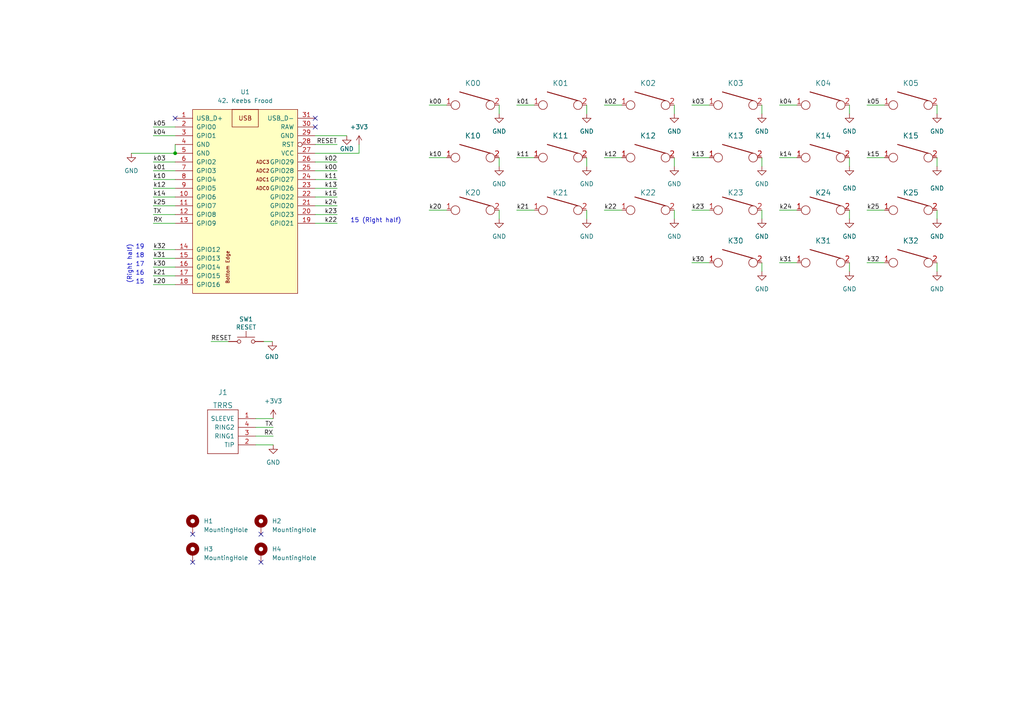
<source format=kicad_sch>
(kicad_sch (version 20211123) (generator eeschema)
  (paper "A4")
  (title_block (rev "rev1.0"))
  (lib_symbols
    (symbol "42keebs:Frood" (pin_names (offset 1.016))
      (property "Reference" "U" (at -12.7 27.94 0))
      (property "Value" "Frood" (at 0 2.54 90))
      (symbol "Frood_0_0"
        (text "ADC0" (at 5.08 2.54 0) (effects (font (size 0.9906 0.9906))))
        (text "ADC1" (at 5.08 5.08 0) (effects (font (size 0.9906 0.9906))))
        (text "ADC2" (at 5.08 7.62 0) (effects (font (size 0.9906 0.9906))))
        (text "ADC3" (at 5.08 10.16 0) (effects (font (size 0.9906 0.9906))))
        (text "Bottom Edge" (at -5.08 -20.32 900) (effects (font (size 0.9906 0.9906))))
        (text "USB" (at 0 22.86 0) (effects (font (size 1.27 1.27))))
      )
      (symbol "Frood_0_1"
        (rectangle (start -15.24 25.4) (end 15.24 -27.94) (fill (type background)))
        (rectangle (start 3.81 25.4) (end -3.81 20.32))
      )
      (symbol "Frood_1_1"
        (pin bidirectional line (at -20.32 22.86 0) (length 5.08) (name "USB_D+") (number "1"))
        (pin bidirectional line (at -20.32 0 0) (length 5.08) (name "GPIO6") (number "10"))
        (pin bidirectional line (at -20.32 -2.54 0) (length 5.08) (name "GPIO7") (number "11"))
        (pin bidirectional line (at -20.32 -5.08 0) (length 5.08) (name "GPIO8") (number "12"))
        (pin bidirectional line (at -20.32 -7.62 0) (length 5.08) (name "GPIO9") (number "13"))
        (pin bidirectional line (at -20.32 -15.24 0) (length 5.08) (name "GPIO12") (number "14"))
        (pin bidirectional line (at -20.32 -17.78 0) (length 5.08) (name "GPIO13") (number "15"))
        (pin bidirectional line (at -20.32 -20.32 0) (length 5.08) (name "GPIO14") (number "16"))
        (pin bidirectional line (at -20.32 -22.86 0) (length 5.08) (name "GPIO15") (number "17"))
        (pin bidirectional line (at -20.32 -25.4 0) (length 5.08) (name "GPIO16") (number "18"))
        (pin bidirectional line (at 20.32 -7.62 180) (length 5.08) (name "GPIO21") (number "19"))
        (pin bidirectional line (at -20.32 20.32 0) (length 5.08) (name "GPIO0") (number "2"))
        (pin bidirectional line (at 20.32 -5.08 180) (length 5.08) (name "GPIO23") (number "20"))
        (pin bidirectional line (at 20.32 -2.54 180) (length 5.08) (name "GPIO20") (number "21"))
        (pin bidirectional line (at 20.32 0 180) (length 5.08) (name "GPIO22") (number "22"))
        (pin bidirectional line (at 20.32 2.54 180) (length 5.08) (name "GPIO26") (number "23"))
        (pin bidirectional line (at 20.32 5.08 180) (length 5.08) (name "GPIO27") (number "24"))
        (pin bidirectional line (at 20.32 7.62 180) (length 5.08) (name "GPIO28") (number "25"))
        (pin bidirectional line (at 20.32 10.16 180) (length 5.08) (name "GPIO29") (number "26"))
        (pin power_out line (at 20.32 12.7 180) (length 5.08) (name "VCC") (number "27"))
        (pin input inverted (at 20.32 15.24 180) (length 5.08) (name "RST") (number "28"))
        (pin power_out line (at 20.32 17.78 180) (length 5.08) (name "GND") (number "29"))
        (pin bidirectional line (at -20.32 17.78 0) (length 5.08) (name "GPIO1") (number "3"))
        (pin power_in line (at 20.32 20.32 180) (length 5.08) (name "RAW") (number "30"))
        (pin bidirectional line (at 20.32 22.86 180) (length 5.08) (name "USB_D-") (number "31"))
        (pin power_out line (at -20.32 15.24 0) (length 5.08) (name "GND") (number "4"))
        (pin power_out line (at -20.32 12.7 0) (length 5.08) (name "GND") (number "5"))
        (pin bidirectional line (at -20.32 10.16 0) (length 5.08) (name "GPIO2") (number "6"))
        (pin bidirectional line (at -20.32 7.62 0) (length 5.08) (name "GPIO3") (number "7"))
        (pin bidirectional line (at -20.32 5.08 0) (length 5.08) (name "GPIO4") (number "8"))
        (pin bidirectional line (at -20.32 2.54 0) (length 5.08) (name "GPIO5") (number "9"))
      )
    )
    (symbol "Mechanical:MountingHole_Pad" (pin_numbers hide) (pin_names (offset 1.016) hide)
      (property "Reference" "H" (at 0 6.35 0))
      (property "Value" "MountingHole_Pad" (at 0 4.445 0))
      (symbol "MountingHole_Pad_0_1"
        (circle (center 0 1.27) (radius 1.27) (stroke (width 1.27)))
      )
      (symbol "MountingHole_Pad_1_1"
        (pin input line (at 0 -2.54 90) (length 2.54) (name "1") (number "1"))
      )
    )
    (symbol "Switch:SW_Push" (pin_numbers hide) (pin_names (offset 1.016) hide)
      (property "Reference" "SW" (at 1.27 2.54 0))
      (property "Value" "SW_Push" (at 0 -1.524 0))
      (symbol "SW_Push_0_1"
        (circle (center -2.032 0) (radius 0.508))
        (polyline (pts (xy 0 1.27) (xy 0 3.048)))
        (polyline (pts (xy 2.54 1.27) (xy -2.54 1.27)))
        (circle (center 2.032 0) (radius 0.508))
        (pin passive line (at -5.08 0 0) (length 2.54) (name "1") (number "1"))
        (pin passive line (at 5.08 0 180) (length 2.54) (name "2") (number "2"))
      )
    )
    (symbol "keebio:TRRS" (pin_names (offset 1.016))
      (property "Reference" "U" (at 0 15.24 0))
      (property "Value" "TRRS" (at 0 -2.54 0))
      (symbol "TRRS_0_1"
        (rectangle (start -3.81 0) (end -3.81 12.7))
        (rectangle (start -3.81 12.7) (end 5.08 12.7))
        (rectangle (start 5.08 0) (end -3.81 0))
        (rectangle (start 5.08 12.7) (end 5.08 0))
      )
      (symbol "TRRS_1_1"
        (pin input line (at -8.89 2.54 0) (length 5.08) (name "SLEEVE") (number "1"))
        (pin input line (at -8.89 10.16 0) (length 5.08) (name "TIP") (number "2"))
        (pin input line (at -8.89 7.62 0) (length 5.08) (name "RING1") (number "3"))
        (pin input line (at -8.89 5.08 0) (length 5.08) (name "RING2") (number "4"))
      )
    )
    (symbol "keyboard_parts:KEYSW" (pin_names (offset 1.016))
      (property "Reference" "K?" (at -1.27 0 0))
      (symbol "KEYSW_0_1"
        (circle (center -5.08 0) (radius 1.27))
        (polyline (pts (xy -5.08 1.27) (xy 3.81 3.81)) (stroke (width 0.254)))
        (circle (center 5.08 0) (radius 1.27))
      )
      (symbol "KEYSW_1_1"
        (pin passive line (at 7.62 0 180) (length 1.27) (name "~") (number "1"))
        (pin passive line (at -7.62 0 0) (length 1.27) (name "~") (number "2"))
      )
    )
    (symbol "power:+3V3" (power) (pin_names (offset 0))
      (property "Value" "+3V3" (at 0 3.556 0))
      (symbol "+3V3_0_1"
        (polyline (pts (xy -0.762 1.27) (xy 0 2.54)))
        (polyline (pts (xy 0 0) (xy 0 2.54)))
        (polyline (pts (xy 0 2.54) (xy 0.762 1.27)))
      )
      (symbol "+3V3_1_1"
        (pin power_in line (at 0 0 90) (length 0) hide (name "+3V3") (number "1"))
      )
    )
    (symbol "power:GND" (power) (pin_names (offset 0))
      (property "Value" "GND" (at 0 -3.81 0))
      (symbol "GND_0_1"
        (polyline (pts (xy 0 0) (xy 0 -1.27) (xy 1.27 -1.27) (xy 0 -2.54) (xy -1.27 -1.27) (xy 0 -1.27)))
      )
      (symbol "GND_1_1"
        (pin power_in line (at 0 0 270) (length 0) hide (name "GND") (number "1"))
      )
    )
  )
  (junction (at 50.8 44.45))
  (no_connect (at 55.88 163.068))
  (no_connect (at 50.8 34.29))
  (no_connect (at 55.88 154.94))
  (no_connect (at 75.692 154.94))
  (no_connect (at 91.44 34.29))
  (no_connect (at 91.44 36.83))
  (no_connect (at 75.692 163.068))
  (wire (pts (xy 149.86 60.96) (xy 154.94 60.96)))
  (wire (pts (xy 44.45 57.15) (xy 50.8 57.15)))
  (wire (pts (xy 44.45 64.77) (xy 50.8 64.77)))
  (wire (pts (xy 200.66 45.72) (xy 205.74 45.72)))
  (wire (pts (xy 44.45 36.83) (xy 50.8 36.83)))
  (wire (pts (xy 251.46 30.48) (xy 256.54 30.48)))
  (wire (pts (xy 100.584 39.37) (xy 91.44 39.37)))
  (wire (pts (xy 124.46 45.72) (xy 129.54 45.72)))
  (wire (pts (xy 200.66 60.96) (xy 205.74 60.96)))
  (wire (pts (xy 61.214 99.06) (xy 66.294 99.06)))
  (wire (pts (xy 149.86 45.72) (xy 154.94 45.72)))
  (wire (pts (xy 91.44 59.69) (xy 97.79 59.69)))
  (wire (pts (xy 91.44 52.07) (xy 97.79 52.07)))
  (wire (pts (xy 175.26 60.96) (xy 180.34 60.96)))
  (wire (pts (xy 44.45 39.37) (xy 50.8 39.37)))
  (wire (pts (xy 251.46 60.96) (xy 256.54 60.96)))
  (wire (pts (xy 38.1 44.45) (xy 50.8 44.45)))
  (wire (pts (xy 195.58 63.5) (xy 195.58 60.96)))
  (wire (pts (xy 144.78 63.5) (xy 144.78 60.96)))
  (wire (pts (xy 246.38 48.26) (xy 246.38 45.72)))
  (wire (pts (xy 220.98 48.26) (xy 220.98 45.72)))
  (wire (pts (xy 144.78 48.26) (xy 144.78 45.72)))
  (wire (pts (xy 175.26 45.72) (xy 180.34 45.72)))
  (wire (pts (xy 246.38 78.74) (xy 246.38 76.2)))
  (wire (pts (xy 74.168 129.032) (xy 79.248 129.032)))
  (wire (pts (xy 44.45 46.99) (xy 50.8 46.99)))
  (wire (pts (xy 50.8 41.91) (xy 50.8 44.45)))
  (wire (pts (xy 271.78 48.26) (xy 271.78 45.72)))
  (wire (pts (xy 200.66 76.2) (xy 205.74 76.2)))
  (wire (pts (xy 44.45 59.69) (xy 50.8 59.69)))
  (wire (pts (xy 44.45 77.47) (xy 50.8 77.47)))
  (wire (pts (xy 44.45 62.23) (xy 50.8 62.23)))
  (wire (pts (xy 226.06 45.72) (xy 231.14 45.72)))
  (wire (pts (xy 91.44 64.77) (xy 97.79 64.77)))
  (wire (pts (xy 76.454 99.06) (xy 78.994 99.06)))
  (wire (pts (xy 200.66 30.48) (xy 205.74 30.48)))
  (wire (pts (xy 220.98 78.74) (xy 220.98 76.2)))
  (wire (pts (xy 91.44 54.61) (xy 97.79 54.61)))
  (wire (pts (xy 271.78 63.5) (xy 271.78 60.96)))
  (wire (pts (xy 124.46 60.96) (xy 129.54 60.96)))
  (wire (pts (xy 144.78 33.02) (xy 144.78 30.48)))
  (wire (pts (xy 195.58 48.26) (xy 195.58 45.72)))
  (wire (pts (xy 170.18 63.5) (xy 170.18 60.96)))
  (wire (pts (xy 74.168 126.492) (xy 79.248 126.492)))
  (wire (pts (xy 246.38 63.5) (xy 246.38 60.96)))
  (wire (pts (xy 91.44 57.15) (xy 97.79 57.15)))
  (wire (pts (xy 91.44 41.91) (xy 97.79 41.91)))
  (wire (pts (xy 226.06 30.48) (xy 231.14 30.48)))
  (wire (pts (xy 124.46 30.48) (xy 129.54 30.48)))
  (wire (pts (xy 44.45 74.93) (xy 50.8 74.93)))
  (wire (pts (xy 74.168 123.952) (xy 79.248 123.952)))
  (wire (pts (xy 170.18 48.26) (xy 170.18 45.72)))
  (wire (pts (xy 91.44 44.45) (xy 104.14 44.45)))
  (wire (pts (xy 175.26 30.48) (xy 180.34 30.48)))
  (wire (pts (xy 91.44 46.99) (xy 97.79 46.99)))
  (wire (pts (xy 91.44 62.23) (xy 97.79 62.23)))
  (wire (pts (xy 74.168 121.412) (xy 79.248 121.412)))
  (wire (pts (xy 44.45 80.01) (xy 50.8 80.01)))
  (wire (pts (xy 195.58 33.02) (xy 195.58 30.48)))
  (wire (pts (xy 251.46 45.72) (xy 256.54 45.72)))
  (wire (pts (xy 44.45 49.53) (xy 50.8 49.53)))
  (wire (pts (xy 226.06 60.96) (xy 231.14 60.96)))
  (wire (pts (xy 170.18 33.02) (xy 170.18 30.48)))
  (wire (pts (xy 226.06 76.2) (xy 231.14 76.2)))
  (wire (pts (xy 104.14 41.91) (xy 104.14 44.45)))
  (wire (pts (xy 271.78 33.02) (xy 271.78 30.48)))
  (wire (pts (xy 246.38 33.02) (xy 246.38 30.48)))
  (wire (pts (xy 251.46 76.2) (xy 256.54 76.2)))
  (wire (pts (xy 44.45 72.39) (xy 50.8 72.39)))
  (wire (pts (xy 44.45 54.61) (xy 50.8 54.61)))
  (wire (pts (xy 220.98 33.02) (xy 220.98 30.48)))
  (wire (pts (xy 149.86 30.48) (xy 154.94 30.48)))
  (wire (pts (xy 44.45 82.55) (xy 50.8 82.55)))
  (wire (pts (xy 44.45 52.07) (xy 50.8 52.07)))
  (wire (pts (xy 271.78 78.74) (xy 271.78 76.2)))
  (wire (pts (xy 91.44 49.53) (xy 97.79 49.53)))
  (wire (pts (xy 220.98 63.5) (xy 220.98 60.96)))
  (text "16" (at 41.91 80.01 180) (effects (font (size 1.27 1.27)) (justify right bottom)))
  (text "17" (at 41.91 77.47 180) (effects (font (size 1.27 1.27)) (justify right bottom)))
  (text "18" (at 41.91 74.93 180) (effects (font (size 1.27 1.27)) (justify right bottom)))
  (text "19" (at 41.91 72.39 180) (effects (font (size 1.27 1.27)) (justify right bottom)))
  (text "15" (at 41.91 82.55 180) (effects (font (size 1.27 1.27)) (justify right bottom)))
  (text "(Right half)" (at 38.354 70.866 270) (effects (font (size 1.27 1.27)) (justify right bottom)))
  (text "15 (Right half)" (at 101.6 64.77 0) (effects (font (size 1.27 1.27)) (justify left bottom)))
  (label "k20" (at 44.45 82.55 0))
  (label "TX" (at 79.248 123.952 180))
  (label "k01" (at 44.45 49.53 0))
  (label "k03" (at 44.45 46.99 0))
  (label "k30" (at 200.66 76.2 0))
  (label "k02" (at 175.26 30.48 0))
  (label "k05" (at 44.45 36.83 0))
  (label "k04" (at 226.06 30.48 0))
  (label "k30" (at 44.45 77.47 0))
  (label "k11" (at 97.79 52.07 180))
  (label "k00" (at 124.46 30.48 0))
  (label "k10" (at 44.45 52.07 0))
  (label "k03" (at 200.66 30.48 0))
  (label "RESET" (at 61.214 99.06 0))
  (label "RX" (at 44.45 64.77 0))
  (label "k15" (at 251.46 45.72 0))
  (label "k23" (at 200.66 60.96 0))
  (label "k32" (at 44.45 72.39 0))
  (label "k25" (at 44.45 59.69 0))
  (label "k24" (at 226.06 60.96 0))
  (label "TX" (at 44.45 62.23 0))
  (label "k05" (at 251.46 30.48 0))
  (label "k22" (at 175.26 60.96 0))
  (label "k12" (at 44.45 54.61 0))
  (label "k01" (at 149.86 30.48 0))
  (label "RX" (at 79.248 126.492 180))
  (label "k10" (at 124.46 45.72 0))
  (label "k00" (at 97.79 49.53 180))
  (label "k21" (at 44.45 80.01 0))
  (label "k31" (at 44.45 74.93 0))
  (label "k32" (at 251.46 76.2 0))
  (label "k15" (at 97.79 57.15 180))
  (label "k14" (at 226.06 45.72 0))
  (label "k12" (at 175.26 45.72 0))
  (label "k04" (at 44.45 39.37 0))
  (label "k11" (at 149.86 45.72 0))
  (label "k22" (at 97.79 64.77 180))
  (label "k02" (at 97.79 46.99 180))
  (label "k13" (at 97.79 54.61 180))
  (label "k24" (at 97.79 59.69 180))
  (label "k31" (at 226.06 76.2 0))
  (label "k13" (at 200.66 45.72 0))
  (label "k14" (at 44.45 57.15 0))
  (label "k21" (at 149.86 60.96 0))
  (label "RESET" (at 97.79 41.91 180))
  (label "k25" (at 251.46 60.96 0))
  (label "k23" (at 97.79 62.23 180))
  (label "k20" (at 124.46 60.96 0))
  (symbol (lib_id "keyboard_parts:KEYSW") (at 264.16 76.2 0) (mirror y) (unit 1)
    (property "Reference" "K32" (at 264.16 69.85 0) (effects (font (size 1.524 1.524))))
    (property "Value" "KEYSW" (effects hide))
    (property "Footprint" "cantor:Kailh_socket_PG1350_reversible_cropped_pads_rounded_cutouts" (effects hide))
  )
  (symbol (lib_id "power:GND") (at 195.58 48.26 0) (unit 1)
    (property "Reference" "#PWR0104" (effects hide))
    (property "Value" "GND" (at 195.58 53.34 0))
  )
  (symbol (lib_id "Mechanical:MountingHole_Pad") (at 55.88 152.4 0) (unit 1)
    (property "Reference" "H1" (at 59.055 151.1299 0) (effects (justify left)))
    (property "Value" "MountingHole" (at 59.055 153.6699 0) (effects (justify left)))
    (property "Footprint" "cantor:Standoff_Hole" (effects hide))
  )
  (symbol (lib_id "keyboard_parts:KEYSW") (at 238.76 60.96 0) (mirror y) (unit 1)
    (property "Reference" "K24" (at 238.76 55.88 0) (effects (font (size 1.524 1.524))))
    (property "Value" "KEYSW" (effects hide))
    (property "Footprint" "cantor:Kailh_socket_PG1350_reversible_cropped_pads_rounded_cutouts" (effects hide))
  )
  (symbol (lib_id "power:GND") (at 79.248 129.032 0) (unit 1)
    (property "Reference" "#PWR0126" (effects hide))
    (property "Value" "GND" (at 79.248 134.112 0))
  )
  (symbol (lib_id "keyboard_parts:KEYSW") (at 137.16 30.48 0) (mirror y) (unit 1)
    (property "Reference" "K00" (at 137.16 24.13 0) (effects (font (size 1.524 1.524))))
    (property "Value" "KEYSW" (effects hide))
    (property "Footprint" "cantor:Kailh_socket_PG1350_reversible_cropped_pads_rounded_cutouts" (effects hide))
  )
  (symbol (lib_id "keyboard_parts:KEYSW") (at 264.16 45.72 0) (mirror y) (unit 1)
    (property "Reference" "K15" (at 264.16 39.37 0) (effects (font (size 1.524 1.524))))
    (property "Value" "KEYSW" (effects hide))
    (property "Footprint" "cantor:Kailh_socket_PG1350_reversible_cropped_pads_rounded_cutouts" (effects hide))
  )
  (symbol (lib_id "Mechanical:MountingHole_Pad") (at 75.692 152.4 0) (unit 1)
    (property "Reference" "H2" (at 78.867 151.1299 0) (effects (justify left)))
    (property "Value" "MountingHole" (at 78.867 153.6699 0) (effects (justify left)))
    (property "Footprint" "cantor:Standoff_Hole" (effects hide))
  )
  (symbol (lib_id "power:GND") (at 144.78 48.26 0) (unit 1)
    (property "Reference" "#PWR0107" (effects hide))
    (property "Value" "GND" (at 144.78 53.34 0))
  )
  (symbol (lib_id "power:GND") (at 195.58 63.5 0) (unit 1)
    (property "Reference" "#PWR0105" (effects hide))
    (property "Value" "GND" (at 195.58 68.58 0))
  )
  (symbol (lib_id "keyboard_parts:KEYSW") (at 213.36 30.48 0) (mirror y) (unit 1)
    (property "Reference" "K03" (at 213.36 24.13 0) (effects (font (size 1.524 1.524))))
    (property "Value" "KEYSW" (effects hide))
    (property "Footprint" "cantor:Kailh_socket_PG1350_reversible_cropped_pads_rounded_cutouts" (effects hide))
  )
  (symbol (lib_id "power:GND") (at 246.38 63.5 0) (unit 1)
    (property "Reference" "#PWR0121" (effects hide))
    (property "Value" "GND" (at 246.38 68.58 0))
  )
  (symbol (lib_id "keyboard_parts:KEYSW") (at 187.96 30.48 0) (mirror y) (unit 1)
    (property "Reference" "K02" (at 187.96 24.13 0) (effects (font (size 1.524 1.524))))
    (property "Value" "KEYSW" (effects hide))
    (property "Footprint" "cantor:Kailh_socket_PG1350_reversible_cropped_pads_rounded_cutouts" (effects hide))
  )
  (symbol (lib_id "keyboard_parts:KEYSW") (at 162.56 45.72 0) (mirror y) (unit 1)
    (property "Reference" "K11" (at 162.56 39.37 0) (effects (font (size 1.524 1.524))))
    (property "Value" "KEYSW" (effects hide))
    (property "Footprint" "cantor:Kailh_socket_PG1350_reversible_cropped_pads_rounded_cutouts" (effects hide))
  )
  (symbol (lib_id "keyboard_parts:KEYSW") (at 187.96 60.96 0) (mirror y) (unit 1)
    (property "Reference" "K22" (at 187.96 55.88 0) (effects (font (size 1.524 1.524))))
    (property "Value" "KEYSW" (effects hide))
    (property "Footprint" "cantor:Kailh_socket_PG1350_reversible_cropped_pads_rounded_cutouts" (effects hide))
  )
  (symbol (lib_id "power:GND") (at 271.78 33.02 0) (unit 1)
    (property "Reference" "#PWR0115" (effects hide))
    (property "Value" "GND" (at 271.78 38.1 0))
  )
  (symbol (lib_id "power:GND") (at 271.78 63.5 0) (unit 1)
    (property "Reference" "#PWR0118" (effects hide))
    (property "Value" "GND" (at 271.78 68.58 0))
  )
  (symbol (lib_id "power:GND") (at 271.78 78.74 0) (unit 1)
    (property "Reference" "#PWR0117" (effects hide))
    (property "Value" "GND" (at 271.78 83.82 0))
  )
  (symbol (lib_id "42keebs:Frood") (at 71.12 57.15 0) (unit 1)
    (property "Reference" "U1" (at 71.12 26.67 0))
    (property "Value" "42. Keebs Frood" (at 71.12 29.21 0))
    (property "Footprint" "42keebs:Frood_PinHeader_2x13+5_P2.54mm_Dual_VAligned" (effects hide))
  )
  (symbol (lib_id "power:GND") (at 246.38 48.26 0) (unit 1)
    (property "Reference" "#PWR0119" (effects hide))
    (property "Value" "GND" (at 246.38 54.61 0))
  )
  (symbol (lib_id "power:GND") (at 170.18 63.5 0) (unit 1)
    (property "Reference" "#PWR0101" (effects hide))
    (property "Value" "GND" (at 170.18 68.58 0))
  )
  (symbol (lib_id "keyboard_parts:KEYSW") (at 238.76 30.48 0) (mirror y) (unit 1)
    (property "Reference" "K04" (at 238.76 24.13 0) (effects (font (size 1.524 1.524))))
    (property "Value" "KEYSW" (effects hide))
    (property "Footprint" "cantor:Kailh_socket_PG1350_reversible_cropped_pads_rounded_cutouts" (effects hide))
  )
  (symbol (lib_id "power:GND") (at 246.38 78.74 0) (unit 1)
    (property "Reference" "#PWR0120" (effects hide))
    (property "Value" "GND" (at 246.38 83.82 0))
  )
  (symbol (lib_id "power:+3V3") (at 79.248 121.412 0) (unit 1)
    (property "Reference" "#PWR0127" (effects hide))
    (property "Value" "+3V3" (at 79.248 116.332 0))
  )
  (symbol (lib_id "Mechanical:MountingHole_Pad") (at 55.88 160.528 0) (unit 1)
    (property "Reference" "H3" (at 59.055 159.2579 0) (effects (justify left)))
    (property "Value" "MountingHole" (at 59.055 161.7979 0) (effects (justify left)))
    (property "Footprint" "cantor:Standoff_Hole" (effects hide))
  )
  (symbol (lib_id "keyboard_parts:KEYSW") (at 213.36 76.2 0) (mirror y) (unit 1)
    (property "Reference" "K30" (at 213.36 69.85 0) (effects (font (size 1.524 1.524))))
    (property "Value" "KEYSW" (effects hide))
    (property "Footprint" "cantor:Kailh_socket_PG1350_reversible_cropped_pads_rounded_cutouts" (effects hide))
  )
  (symbol (lib_id "power:GND") (at 246.38 33.02 0) (unit 1)
    (property "Reference" "#PWR0112" (effects hide))
    (property "Value" "GND" (at 246.38 38.1 0))
  )
  (symbol (lib_id "keebio:TRRS") (at 65.278 118.872 180) (unit 1)
    (property "Reference" "J1" (at 64.643 113.792 0) (effects (font (size 1.524 1.524))))
    (property "Value" "TRRS" (at 64.643 117.602 0) (effects (font (size 1.524 1.524))))
    (property "Footprint" "Keebio-Parts:TRRS-PJ-320A" (effects hide))
  )
  (symbol (lib_id "power:GND") (at 78.994 99.06 0) (mirror y) (unit 1)
    (property "Reference" "#PWR0125" (effects hide))
    (property "Value" "GND" (at 78.867 103.4542 0))
  )
  (symbol (lib_id "Switch:SW_Push") (at 71.374 99.06 0) (mirror y) (unit 1)
    (property "Reference" "SW1" (at 71.374 92.583 0))
    (property "Value" "RESET" (at 71.374 94.8944 0))
    (property "Footprint" "cantor:TACT_SWITCH_TVBP06" (effects hide))
  )
  (symbol (lib_id "keyboard_parts:KEYSW") (at 137.16 60.96 0) (mirror y) (unit 1)
    (property "Reference" "K20" (at 137.16 55.88 0) (effects (font (size 1.524 1.524))))
    (property "Value" "KEYSW" (effects hide))
    (property "Footprint" "cantor:Kailh_socket_PG1350_reversible_cropped_pads_rounded_cutouts" (effects hide))
  )
  (symbol (lib_id "power:GND") (at 271.78 48.26 0) (unit 1)
    (property "Reference" "#PWR0116" (effects hide))
    (property "Value" "GND" (at 271.78 54.61 0))
  )
  (symbol (lib_id "keyboard_parts:KEYSW") (at 213.36 60.96 0) (mirror y) (unit 1)
    (property "Reference" "K23" (at 213.36 55.88 0) (effects (font (size 1.524 1.524))))
    (property "Value" "KEYSW" (effects hide))
    (property "Footprint" "cantor:Kailh_socket_PG1350_reversible_cropped_pads_rounded_cutouts" (effects hide))
  )
  (symbol (lib_id "Mechanical:MountingHole_Pad") (at 75.692 160.528 0) (unit 1)
    (property "Reference" "H4" (at 78.867 159.2579 0) (effects (justify left)))
    (property "Value" "MountingHole" (at 78.867 161.7979 0) (effects (justify left)))
    (property "Footprint" "cantor:Standoff_Hole" (effects hide))
  )
  (symbol (lib_id "keyboard_parts:KEYSW") (at 137.16 45.72 0) (mirror y) (unit 1)
    (property "Reference" "K10" (at 137.16 39.37 0) (effects (font (size 1.524 1.524))))
    (property "Value" "KEYSW" (effects hide))
    (property "Footprint" "cantor:Kailh_socket_PG1350_reversible_cropped_pads_rounded_cutouts" (effects hide))
  )
  (symbol (lib_id "keyboard_parts:KEYSW") (at 162.56 30.48 0) (mirror y) (unit 1)
    (property "Reference" "K01" (at 162.56 24.13 0) (effects (font (size 1.524 1.524))))
    (property "Value" "KEYSW" (effects hide))
    (property "Footprint" "cantor:Kailh_socket_PG1350_reversible_cropped_pads_rounded_cutouts" (effects hide))
  )
  (symbol (lib_id "keyboard_parts:KEYSW") (at 264.16 60.96 0) (mirror y) (unit 1)
    (property "Reference" "K25" (at 264.16 55.88 0) (effects (font (size 1.524 1.524))))
    (property "Value" "KEYSW" (effects hide))
    (property "Footprint" "cantor:Kailh_socket_PG1350_reversible_cropped_pads_rounded_cutouts" (effects hide))
  )
  (symbol (lib_id "keyboard_parts:KEYSW") (at 238.76 76.2 0) (mirror y) (unit 1)
    (property "Reference" "K31" (at 238.76 69.85 0) (effects (font (size 1.524 1.524))))
    (property "Value" "KEYSW" (effects hide))
    (property "Footprint" "cantor:Kailh_socket_PG1350_reversible_cropped_pads_rounded_cutouts" (effects hide))
  )
  (symbol (lib_id "power:GND") (at 220.98 33.02 0) (unit 1)
    (property "Reference" "#PWR0123" (effects hide))
    (property "Value" "GND" (at 220.98 38.1 0))
  )
  (symbol (lib_id "keyboard_parts:KEYSW") (at 238.76 45.72 0) (mirror y) (unit 1)
    (property "Reference" "K14" (at 238.76 39.37 0) (effects (font (size 1.524 1.524))))
    (property "Value" "KEYSW" (effects hide))
    (property "Footprint" "cantor:Kailh_socket_PG1350_reversible_cropped_pads_rounded_cutouts" (effects hide))
  )
  (symbol (lib_id "power:GND") (at 144.78 33.02 0) (unit 1)
    (property "Reference" "#PWR0109" (effects hide))
    (property "Value" "GND" (at 144.78 38.1 0))
  )
  (symbol (lib_id "power:GND") (at 38.1 44.45 0) (unit 1)
    (property "Reference" "#PWR0124" (effects hide))
    (property "Value" "GND" (at 38.1 49.53 0))
  )
  (symbol (lib_id "keyboard_parts:KEYSW") (at 213.36 45.72 0) (mirror y) (unit 1)
    (property "Reference" "K13" (at 213.36 39.37 0) (effects (font (size 1.524 1.524))))
    (property "Value" "KEYSW" (effects hide))
    (property "Footprint" "cantor:Kailh_socket_PG1350_reversible_cropped_pads_rounded_cutouts" (effects hide))
  )
  (symbol (lib_id "power:+3V3") (at 104.14 41.91 0) (unit 1)
    (property "Reference" "#PWR0111" (effects hide))
    (property "Value" "+3V3" (at 104.14 36.83 0))
  )
  (symbol (lib_id "power:GND") (at 195.58 33.02 0) (unit 1)
    (property "Reference" "#PWR0103" (effects hide))
    (property "Value" "GND" (at 195.58 38.1 0))
  )
  (symbol (lib_id "power:GND") (at 220.98 48.26 0) (unit 1)
    (property "Reference" "#PWR0122" (effects hide))
    (property "Value" "GND" (at 220.98 53.34 0))
  )
  (symbol (lib_id "keyboard_parts:KEYSW") (at 162.56 60.96 0) (mirror y) (unit 1)
    (property "Reference" "K21" (at 162.56 55.88 0) (effects (font (size 1.524 1.524))))
    (property "Value" "KEYSW" (effects hide))
    (property "Footprint" "cantor:Kailh_socket_PG1350_reversible_cropped_pads_rounded_cutouts" (effects hide))
  )
  (symbol (lib_id "keyboard_parts:KEYSW") (at 187.96 45.72 0) (mirror y) (unit 1)
    (property "Reference" "K12" (at 187.96 39.37 0) (effects (font (size 1.524 1.524))))
    (property "Value" "KEYSW" (effects hide))
    (property "Footprint" "cantor:Kailh_socket_PG1350_reversible_cropped_pads_rounded_cutouts" (effects hide))
  )
  (symbol (lib_id "power:GND") (at 220.98 78.74 0) (unit 1)
    (property "Reference" "#PWR0113" (effects hide))
    (property "Value" "GND" (at 220.98 83.82 0))
  )
  (symbol (lib_id "power:GND") (at 170.18 33.02 0) (unit 1)
    (property "Reference" "#PWR0106" (effects hide))
    (property "Value" "GND" (at 170.18 38.1 0))
  )
  (symbol (lib_id "power:GND") (at 170.18 48.26 0) (unit 1)
    (property "Reference" "#PWR0102" (effects hide))
    (property "Value" "GND" (at 170.18 53.34 0))
  )
  (symbol (lib_id "power:GND") (at 220.98 63.5 0) (unit 1)
    (property "Reference" "#PWR0114" (effects hide))
    (property "Value" "GND" (at 220.98 68.58 0))
  )
  (symbol (lib_id "power:GND") (at 144.78 63.5 0) (unit 1)
    (property "Reference" "#PWR0108" (effects hide))
    (property "Value" "GND" (at 144.78 68.58 0))
  )
  (symbol (lib_id "power:GND") (at 100.584 39.37 0) (unit 1)
    (property "Reference" "#PWR0110" (effects hide))
    (property "Value" "GND" (at 100.584 43.18 0))
  )
  (symbol (lib_id "keyboard_parts:KEYSW") (at 264.16 30.48 0) (mirror y) (unit 1)
    (property "Reference" "K05" (at 264.16 24.13 0) (effects (font (size 1.524 1.524))))
    (property "Value" "KEYSW" (effects hide))
    (property "Footprint" "cantor:Kailh_socket_PG1350_reversible_cropped_pads_rounded_cutouts" (effects hide))
  )
)
</source>
